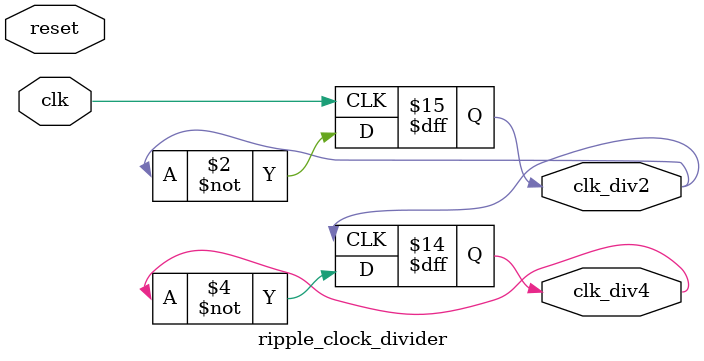
<source format=v>
module ripple_clock_divider(
	input clk,
	input reset,
	output reg clk_div2,
	output reg clk_div4
//	output reg clk_div8,
//	output reg clk_div16

//	output reg [3:0] counter,
//	output cntr_div2,
//	output cntr_div4,
//	output cntr_div8,
//	output cntr_div16
);

reg clk_div8;
reg clk_div16;

reg [3:0] counter;
reg cntr_div2;
reg cntr_div4;
reg cntr_div8;
reg cntr_div16;

// simple ripple clock divider
always @(posedge clk)
	clk_div2 <= ~clk_div2;

always @(posedge clk_div2)
	clk_div4 <= ~clk_div4;

always @(posedge clk_div4)
	clk_div8 <= ~clk_div8;

always @(posedge clk_div8)
	clk_div16 <= ~clk_div16;

// use bits of (4-bit) counter to divide clocks

always @(posedge clk or posedge reset)
begin
	if (reset)
		counter <= 0;
	else
		counter <= counter + 1;
end

assign cntr_div2 = counter[0];
assign cntr_div4 = counter[1];
assign cntr_div8 = counter[2];
assign cntr_div16 = counter[3];

endmodule

</source>
